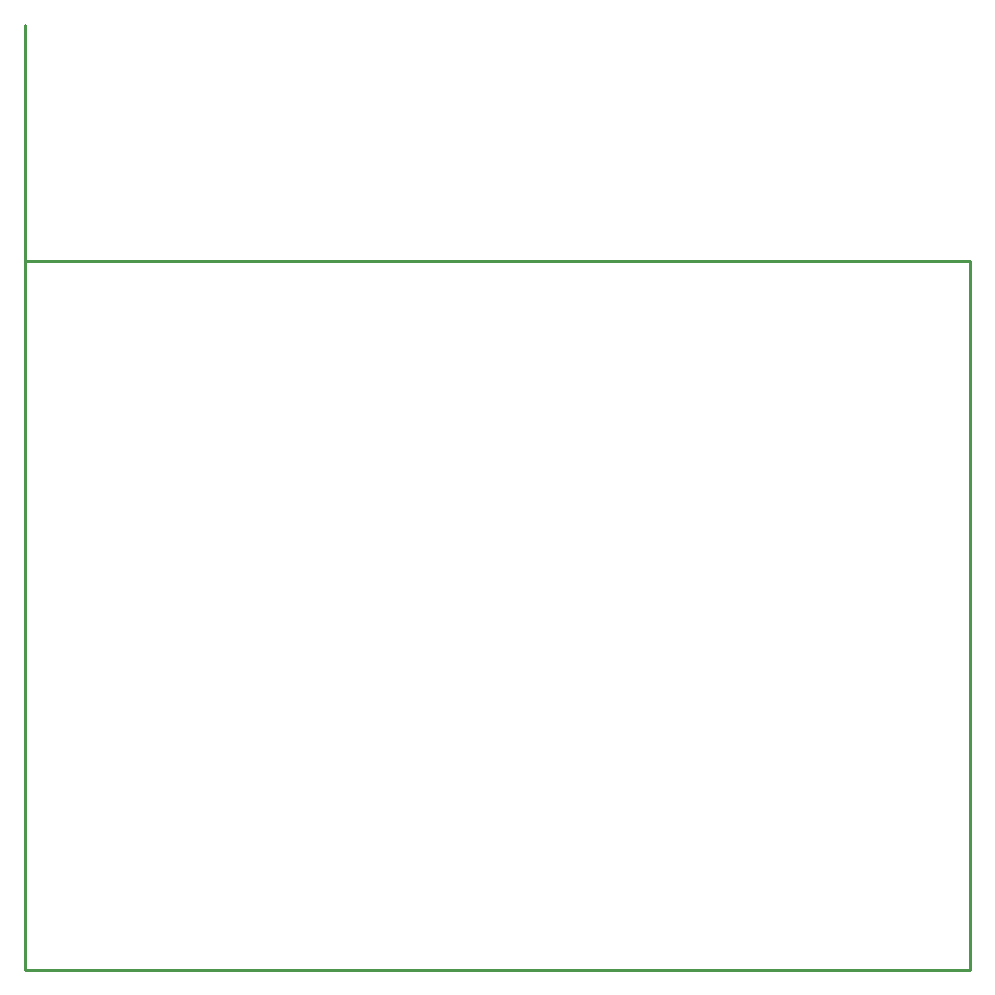
<source format=gko>
G04 Layer: BoardOutlineLayer*
G04 EasyEDA v6.5.22, 2023-04-19 18:57:47*
G04 ea0b047a10f34627951ed673aab6b0d1,23e0b72c0ed747e58eec44992e5d9f69,10*
G04 Gerber Generator version 0.2*
G04 Scale: 100 percent, Rotated: No, Reflected: No *
G04 Dimensions in millimeters *
G04 leading zeros omitted , absolute positions ,4 integer and 5 decimal *
%FSLAX45Y45*%
%MOMM*%

%ADD10C,0.2540*%
D10*
X0Y5999987D02*
G01*
X7999984Y5999987D01*
X7999984Y0D01*
X0Y0D01*
X0Y7999984D01*

%LPD*%
M02*

</source>
